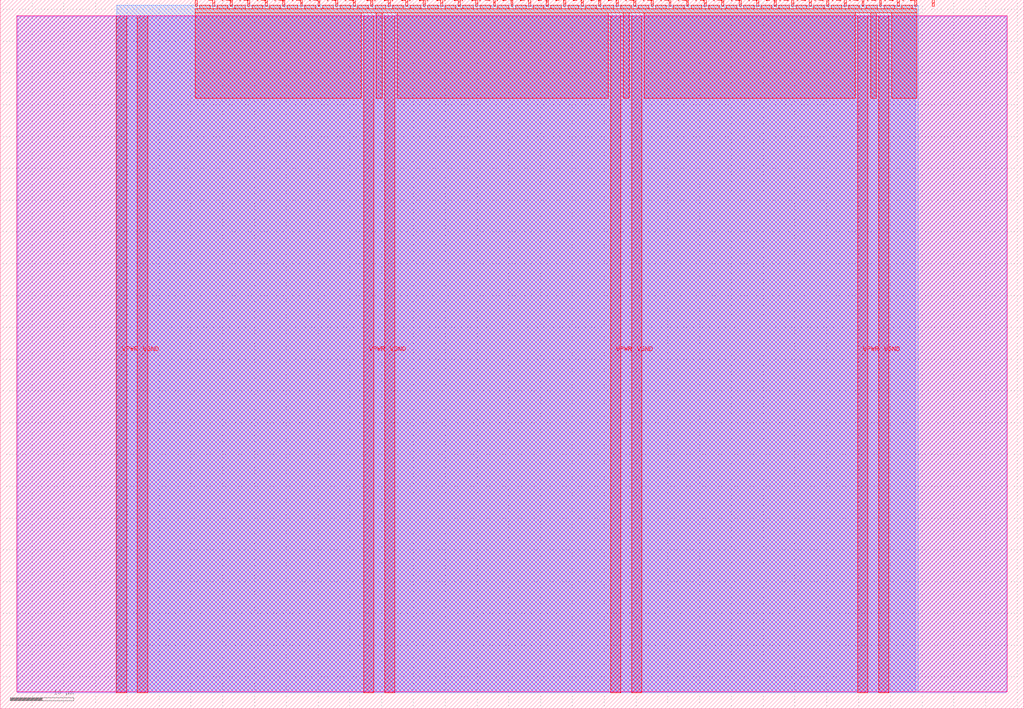
<source format=lef>
VERSION 5.7 ;
  NOWIREEXTENSIONATPIN ON ;
  DIVIDERCHAR "/" ;
  BUSBITCHARS "[]" ;
MACRO tt_um_wokwi_414120458938907649
  CLASS BLOCK ;
  FOREIGN tt_um_wokwi_414120458938907649 ;
  ORIGIN 0.000 0.000 ;
  SIZE 161.000 BY 111.520 ;
  PIN VGND
    DIRECTION INOUT ;
    USE GROUND ;
    PORT
      LAYER met4 ;
        RECT 21.580 2.480 23.180 109.040 ;
    END
    PORT
      LAYER met4 ;
        RECT 60.450 2.480 62.050 109.040 ;
    END
    PORT
      LAYER met4 ;
        RECT 99.320 2.480 100.920 109.040 ;
    END
    PORT
      LAYER met4 ;
        RECT 138.190 2.480 139.790 109.040 ;
    END
  END VGND
  PIN VPWR
    DIRECTION INOUT ;
    USE POWER ;
    PORT
      LAYER met4 ;
        RECT 18.280 2.480 19.880 109.040 ;
    END
    PORT
      LAYER met4 ;
        RECT 57.150 2.480 58.750 109.040 ;
    END
    PORT
      LAYER met4 ;
        RECT 96.020 2.480 97.620 109.040 ;
    END
    PORT
      LAYER met4 ;
        RECT 134.890 2.480 136.490 109.040 ;
    END
  END VPWR
  PIN clk
    DIRECTION INPUT ;
    USE SIGNAL ;
    ANTENNAGATEAREA 0.495000 ;
    PORT
      LAYER met4 ;
        RECT 143.830 110.520 144.130 111.520 ;
    END
  END clk
  PIN ena
    DIRECTION INPUT ;
    USE SIGNAL ;
    PORT
      LAYER met4 ;
        RECT 146.590 110.520 146.890 111.520 ;
    END
  END ena
  PIN rst_n
    DIRECTION INPUT ;
    USE SIGNAL ;
    PORT
      LAYER met4 ;
        RECT 141.070 110.520 141.370 111.520 ;
    END
  END rst_n
  PIN ui_in[0]
    DIRECTION INPUT ;
    USE SIGNAL ;
    ANTENNAGATEAREA 0.196500 ;
    PORT
      LAYER met4 ;
        RECT 138.310 110.520 138.610 111.520 ;
    END
  END ui_in[0]
  PIN ui_in[1]
    DIRECTION INPUT ;
    USE SIGNAL ;
    ANTENNAGATEAREA 0.196500 ;
    PORT
      LAYER met4 ;
        RECT 135.550 110.520 135.850 111.520 ;
    END
  END ui_in[1]
  PIN ui_in[2]
    DIRECTION INPUT ;
    USE SIGNAL ;
    ANTENNAGATEAREA 0.196500 ;
    PORT
      LAYER met4 ;
        RECT 132.790 110.520 133.090 111.520 ;
    END
  END ui_in[2]
  PIN ui_in[3]
    DIRECTION INPUT ;
    USE SIGNAL ;
    ANTENNAGATEAREA 0.159000 ;
    PORT
      LAYER met4 ;
        RECT 130.030 110.520 130.330 111.520 ;
    END
  END ui_in[3]
  PIN ui_in[4]
    DIRECTION INPUT ;
    USE SIGNAL ;
    ANTENNAGATEAREA 0.159000 ;
    PORT
      LAYER met4 ;
        RECT 127.270 110.520 127.570 111.520 ;
    END
  END ui_in[4]
  PIN ui_in[5]
    DIRECTION INPUT ;
    USE SIGNAL ;
    ANTENNAGATEAREA 0.159000 ;
    PORT
      LAYER met4 ;
        RECT 124.510 110.520 124.810 111.520 ;
    END
  END ui_in[5]
  PIN ui_in[6]
    DIRECTION INPUT ;
    USE SIGNAL ;
    ANTENNAGATEAREA 0.159000 ;
    PORT
      LAYER met4 ;
        RECT 121.750 110.520 122.050 111.520 ;
    END
  END ui_in[6]
  PIN ui_in[7]
    DIRECTION INPUT ;
    USE SIGNAL ;
    ANTENNAGATEAREA 0.159000 ;
    PORT
      LAYER met4 ;
        RECT 118.990 110.520 119.290 111.520 ;
    END
  END ui_in[7]
  PIN uio_in[0]
    DIRECTION INPUT ;
    USE SIGNAL ;
    PORT
      LAYER met4 ;
        RECT 116.230 110.520 116.530 111.520 ;
    END
  END uio_in[0]
  PIN uio_in[1]
    DIRECTION INPUT ;
    USE SIGNAL ;
    PORT
      LAYER met4 ;
        RECT 113.470 110.520 113.770 111.520 ;
    END
  END uio_in[1]
  PIN uio_in[2]
    DIRECTION INPUT ;
    USE SIGNAL ;
    PORT
      LAYER met4 ;
        RECT 110.710 110.520 111.010 111.520 ;
    END
  END uio_in[2]
  PIN uio_in[3]
    DIRECTION INPUT ;
    USE SIGNAL ;
    PORT
      LAYER met4 ;
        RECT 107.950 110.520 108.250 111.520 ;
    END
  END uio_in[3]
  PIN uio_in[4]
    DIRECTION INPUT ;
    USE SIGNAL ;
    PORT
      LAYER met4 ;
        RECT 105.190 110.520 105.490 111.520 ;
    END
  END uio_in[4]
  PIN uio_in[5]
    DIRECTION INPUT ;
    USE SIGNAL ;
    PORT
      LAYER met4 ;
        RECT 102.430 110.520 102.730 111.520 ;
    END
  END uio_in[5]
  PIN uio_in[6]
    DIRECTION INPUT ;
    USE SIGNAL ;
    PORT
      LAYER met4 ;
        RECT 99.670 110.520 99.970 111.520 ;
    END
  END uio_in[6]
  PIN uio_in[7]
    DIRECTION INPUT ;
    USE SIGNAL ;
    PORT
      LAYER met4 ;
        RECT 96.910 110.520 97.210 111.520 ;
    END
  END uio_in[7]
  PIN uio_oe[0]
    DIRECTION OUTPUT ;
    USE SIGNAL ;
    PORT
      LAYER met4 ;
        RECT 49.990 110.520 50.290 111.520 ;
    END
  END uio_oe[0]
  PIN uio_oe[1]
    DIRECTION OUTPUT ;
    USE SIGNAL ;
    PORT
      LAYER met4 ;
        RECT 47.230 110.520 47.530 111.520 ;
    END
  END uio_oe[1]
  PIN uio_oe[2]
    DIRECTION OUTPUT ;
    USE SIGNAL ;
    PORT
      LAYER met4 ;
        RECT 44.470 110.520 44.770 111.520 ;
    END
  END uio_oe[2]
  PIN uio_oe[3]
    DIRECTION OUTPUT ;
    USE SIGNAL ;
    PORT
      LAYER met4 ;
        RECT 41.710 110.520 42.010 111.520 ;
    END
  END uio_oe[3]
  PIN uio_oe[4]
    DIRECTION OUTPUT ;
    USE SIGNAL ;
    PORT
      LAYER met4 ;
        RECT 38.950 110.520 39.250 111.520 ;
    END
  END uio_oe[4]
  PIN uio_oe[5]
    DIRECTION OUTPUT ;
    USE SIGNAL ;
    PORT
      LAYER met4 ;
        RECT 36.190 110.520 36.490 111.520 ;
    END
  END uio_oe[5]
  PIN uio_oe[6]
    DIRECTION OUTPUT ;
    USE SIGNAL ;
    PORT
      LAYER met4 ;
        RECT 33.430 110.520 33.730 111.520 ;
    END
  END uio_oe[6]
  PIN uio_oe[7]
    DIRECTION OUTPUT ;
    USE SIGNAL ;
    PORT
      LAYER met4 ;
        RECT 30.670 110.520 30.970 111.520 ;
    END
  END uio_oe[7]
  PIN uio_out[0]
    DIRECTION OUTPUT ;
    USE SIGNAL ;
    PORT
      LAYER met4 ;
        RECT 72.070 110.520 72.370 111.520 ;
    END
  END uio_out[0]
  PIN uio_out[1]
    DIRECTION OUTPUT ;
    USE SIGNAL ;
    PORT
      LAYER met4 ;
        RECT 69.310 110.520 69.610 111.520 ;
    END
  END uio_out[1]
  PIN uio_out[2]
    DIRECTION OUTPUT ;
    USE SIGNAL ;
    PORT
      LAYER met4 ;
        RECT 66.550 110.520 66.850 111.520 ;
    END
  END uio_out[2]
  PIN uio_out[3]
    DIRECTION OUTPUT ;
    USE SIGNAL ;
    PORT
      LAYER met4 ;
        RECT 63.790 110.520 64.090 111.520 ;
    END
  END uio_out[3]
  PIN uio_out[4]
    DIRECTION OUTPUT ;
    USE SIGNAL ;
    PORT
      LAYER met4 ;
        RECT 61.030 110.520 61.330 111.520 ;
    END
  END uio_out[4]
  PIN uio_out[5]
    DIRECTION OUTPUT ;
    USE SIGNAL ;
    PORT
      LAYER met4 ;
        RECT 58.270 110.520 58.570 111.520 ;
    END
  END uio_out[5]
  PIN uio_out[6]
    DIRECTION OUTPUT ;
    USE SIGNAL ;
    PORT
      LAYER met4 ;
        RECT 55.510 110.520 55.810 111.520 ;
    END
  END uio_out[6]
  PIN uio_out[7]
    DIRECTION OUTPUT ;
    USE SIGNAL ;
    PORT
      LAYER met4 ;
        RECT 52.750 110.520 53.050 111.520 ;
    END
  END uio_out[7]
  PIN uo_out[0]
    DIRECTION OUTPUT ;
    USE SIGNAL ;
    ANTENNADIFFAREA 0.795200 ;
    PORT
      LAYER met4 ;
        RECT 94.150 110.520 94.450 111.520 ;
    END
  END uo_out[0]
  PIN uo_out[1]
    DIRECTION OUTPUT ;
    USE SIGNAL ;
    ANTENNADIFFAREA 0.795200 ;
    PORT
      LAYER met4 ;
        RECT 91.390 110.520 91.690 111.520 ;
    END
  END uo_out[1]
  PIN uo_out[2]
    DIRECTION OUTPUT ;
    USE SIGNAL ;
    ANTENNADIFFAREA 0.445500 ;
    PORT
      LAYER met4 ;
        RECT 88.630 110.520 88.930 111.520 ;
    END
  END uo_out[2]
  PIN uo_out[3]
    DIRECTION OUTPUT ;
    USE SIGNAL ;
    ANTENNADIFFAREA 0.445500 ;
    PORT
      LAYER met4 ;
        RECT 85.870 110.520 86.170 111.520 ;
    END
  END uo_out[3]
  PIN uo_out[4]
    DIRECTION OUTPUT ;
    USE SIGNAL ;
    ANTENNADIFFAREA 0.445500 ;
    PORT
      LAYER met4 ;
        RECT 83.110 110.520 83.410 111.520 ;
    END
  END uo_out[4]
  PIN uo_out[5]
    DIRECTION OUTPUT ;
    USE SIGNAL ;
    ANTENNADIFFAREA 0.445500 ;
    PORT
      LAYER met4 ;
        RECT 80.350 110.520 80.650 111.520 ;
    END
  END uo_out[5]
  PIN uo_out[6]
    DIRECTION OUTPUT ;
    USE SIGNAL ;
    ANTENNADIFFAREA 0.445500 ;
    PORT
      LAYER met4 ;
        RECT 77.590 110.520 77.890 111.520 ;
    END
  END uo_out[6]
  PIN uo_out[7]
    DIRECTION OUTPUT ;
    USE SIGNAL ;
    ANTENNADIFFAREA 0.445500 ;
    PORT
      LAYER met4 ;
        RECT 74.830 110.520 75.130 111.520 ;
    END
  END uo_out[7]
  OBS
      LAYER nwell ;
        RECT 2.570 2.635 158.430 108.990 ;
      LAYER li1 ;
        RECT 2.760 2.635 158.240 108.885 ;
      LAYER met1 ;
        RECT 2.760 2.480 158.240 109.040 ;
      LAYER met2 ;
        RECT 18.310 2.535 143.890 110.685 ;
      LAYER met3 ;
        RECT 18.290 2.555 144.370 110.665 ;
      LAYER met4 ;
        RECT 31.370 110.120 33.030 110.665 ;
        RECT 34.130 110.120 35.790 110.665 ;
        RECT 36.890 110.120 38.550 110.665 ;
        RECT 39.650 110.120 41.310 110.665 ;
        RECT 42.410 110.120 44.070 110.665 ;
        RECT 45.170 110.120 46.830 110.665 ;
        RECT 47.930 110.120 49.590 110.665 ;
        RECT 50.690 110.120 52.350 110.665 ;
        RECT 53.450 110.120 55.110 110.665 ;
        RECT 56.210 110.120 57.870 110.665 ;
        RECT 58.970 110.120 60.630 110.665 ;
        RECT 61.730 110.120 63.390 110.665 ;
        RECT 64.490 110.120 66.150 110.665 ;
        RECT 67.250 110.120 68.910 110.665 ;
        RECT 70.010 110.120 71.670 110.665 ;
        RECT 72.770 110.120 74.430 110.665 ;
        RECT 75.530 110.120 77.190 110.665 ;
        RECT 78.290 110.120 79.950 110.665 ;
        RECT 81.050 110.120 82.710 110.665 ;
        RECT 83.810 110.120 85.470 110.665 ;
        RECT 86.570 110.120 88.230 110.665 ;
        RECT 89.330 110.120 90.990 110.665 ;
        RECT 92.090 110.120 93.750 110.665 ;
        RECT 94.850 110.120 96.510 110.665 ;
        RECT 97.610 110.120 99.270 110.665 ;
        RECT 100.370 110.120 102.030 110.665 ;
        RECT 103.130 110.120 104.790 110.665 ;
        RECT 105.890 110.120 107.550 110.665 ;
        RECT 108.650 110.120 110.310 110.665 ;
        RECT 111.410 110.120 113.070 110.665 ;
        RECT 114.170 110.120 115.830 110.665 ;
        RECT 116.930 110.120 118.590 110.665 ;
        RECT 119.690 110.120 121.350 110.665 ;
        RECT 122.450 110.120 124.110 110.665 ;
        RECT 125.210 110.120 126.870 110.665 ;
        RECT 127.970 110.120 129.630 110.665 ;
        RECT 130.730 110.120 132.390 110.665 ;
        RECT 133.490 110.120 135.150 110.665 ;
        RECT 136.250 110.120 137.910 110.665 ;
        RECT 139.010 110.120 140.670 110.665 ;
        RECT 141.770 110.120 143.430 110.665 ;
        RECT 30.655 109.440 144.145 110.120 ;
        RECT 30.655 96.055 56.750 109.440 ;
        RECT 59.150 96.055 60.050 109.440 ;
        RECT 62.450 96.055 95.620 109.440 ;
        RECT 98.020 96.055 98.920 109.440 ;
        RECT 101.320 96.055 134.490 109.440 ;
        RECT 136.890 96.055 137.790 109.440 ;
        RECT 140.190 96.055 144.145 109.440 ;
  END
END tt_um_wokwi_414120458938907649
END LIBRARY


</source>
